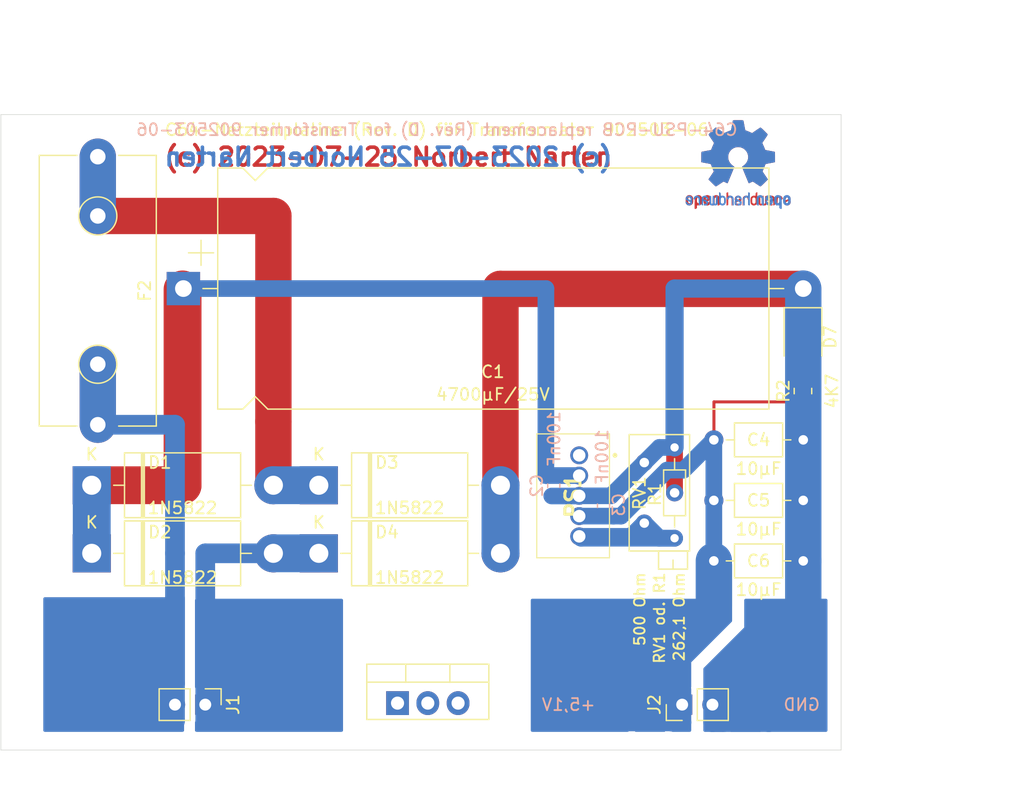
<source format=kicad_pcb>
(kicad_pcb (version 20221018) (generator pcbnew)
  (title_block (rev "D"))
  (layers (0 "F.Cu" signal) (31 "B.Cu" signal) (34 "B.Paste" user) (35 "F.Paste" user) (36 "B.SilkS" user "B.Silkscreen") (37 "F.SilkS" user "F.Silkscreen") (38 "B.Mask" user) (39 "F.Mask" user) (44 "Edge.Cuts" user))
  (net 0 "")
  (net 1 "GND")
  (net 2 "Net-(D1-A)")
  (net 3 "Net-(D2-A)")
  (net 4 "Net-(D7-A)")
  (net 5 "Net-(J1-Pin_2)")
  (net 6 "Net-(PS1-TRIM)")
  (net 9 "/+5,1V")
  (net 10 "/+16V")
  (footprint "Capacitor_THT:CP_Axial_L46.0mm_D20.0mm_P52.00mm_Horizontal" (layer "F.Cu") (at 40.71 40.005)
    (fp_text reference "C1")
    (fp_text value "4700µF/25V")
  )
  (footprint "Capacitor_THT:C_Axial_L3.8mm_D2.6mm_P7.50mm_Horizontal" (layer "F.Cu") (at 85.21 52.705)
    (fp_text reference "C4")
    (fp_text value "10µF")
  )
  (footprint "Capacitor_THT:C_Axial_L3.8mm_D2.6mm_P7.50mm_Horizontal" (layer "F.Cu") (at 85.21 57.785)
    (fp_text reference "C5")
    (fp_text value "10µF")
  )
  (footprint "Capacitor_THT:C_Axial_L3.8mm_D2.6mm_P7.50mm_Horizontal" (layer "F.Cu") (at 85.21 62.865)
    (fp_text reference "C6")
    (fp_text value "10µF")
  )
  (footprint "Diode_THT:D_DO-201AD_P15.24mm_Horizontal" (layer "F.Cu") (at 33.02 56.515)
    (fp_text reference "D1")
    (fp_text value "1N5822")
  )
  (footprint "Diode_THT:D_DO-201AD_P15.24mm_Horizontal" (layer "F.Cu") (at 52.07 56.515)
    (fp_text reference "D3")
    (fp_text value "1N5822")
  )
  (footprint "Diode_THT:D_DO-201AD_P15.24mm_Horizontal" (layer "F.Cu") (at 52.07 62.23)
    (fp_text reference "D4")
    (fp_text value "1N5822")
  )
  (footprint "Connector_PinHeader_2.54mm:PinHeader_1x02_P2.54mm_Vertical" (layer "F.Cu") (at 42.545 74.93 -90)
    (fp_text reference "J1")
    (fp_text value "7V-12V AC")
  )
  (footprint "Connector_PinHeader_2.54mm:PinHeader_1x02_P2.54mm_Vertical" (layer "F.Cu") (at 82.55 74.93 90)
    (fp_text reference "J2")
    (fp_text value "5,1V DC" hide)
  )
  (footprint "C64-PSU-PCB-replacement-for-902503-06:OKRT15W12C" (layer "F.Cu") (at 73.914 54.004 -90)
    (fp_text reference "PS1")
    (fp_text value "OKR-T3-W12-C" hide)
  )
  (footprint "Resistor_THT:R_Axial_DIN0204_L3.6mm_D1.6mm_P7.62mm_Horizontal" (layer "F.Cu") (at 81.915 60.96 90)
    (fp_text reference "R1")
    (fp_text value "262,1 Ohm")
  )
  (footprint "Potentiometer_THT:Potentiometer_Bourns_3296Z_Horizontal" (layer "F.Cu") (at 79.375 54.61 90)
    (fp_text reference "RV1")
    (fp_text value "500 Ohm")
  )
  (footprint "Fuse:Fuseholder_Cylinder-5x20mm_Schurter_0031_8201_Horizontal_Open" (layer "F.Cu") (at 33.528 51.435 90)
    (fp_text reference "F2")
    (fp_text value "Fuse")
  )
  (footprint "Package_TO_SOT_THT:TO-220-3_Vertical" (layer "F.Cu") (at 58.674 74.803)
    (fp_text reference "U0" hide)
    (fp_text value "TO220_for_install" hide)
  )
  (footprint "Diode_THT:D_DO-201AD_P15.24mm_Horizontal" (layer "F.Cu") (at 33.02 62.23)
    (fp_text reference "D2")
    (fp_text value "1N5822")
  )
  (footprint "Connector_Pin:Pin_D1.3mm_L11.0mm" (layer "F.Cu") (at 33.528 46.355)
    (fp_text reference "J3" hide)
    (fp_text value "F-Mount" hide)
  )
  (footprint "Connector_Pin:Pin_D1.3mm_L11.0mm" (layer "F.Cu") (at 33.528 33.909)
    (fp_text reference "J4" hide)
    (fp_text value "F-Mount" hide)
  )
  (footprint "Diode_SMD:D_1210_3225Metric_Pad1.42x2.65mm_HandSolder" (layer "F.Cu") (at 92.6846 44.072 -90)
    (fp_text reference "D7")
    (fp_text value "LED")
  )
  (footprint "Resistor_SMD:R_0805_2012Metric_Pad1.20x1.40mm_HandSolder" (layer "F.Cu") (at 92.6846 48.60734 90)
    (fp_text reference "R2")
    (fp_text value "4K7")
  )
  (footprint "Symbol:OSHW-Logo2_9.8x8mm_Copper" (layer "F.Cu") (at 87.249 29.591)
    (fp_text reference "REF**" hide)
    (fp_text value "OSHW-Logo2_9.8x8mm_Copper" hide)
  )
  (footprint "Symbol:OSHW-Logo2_9.8x8mm_Copper" (layer "B.Cu") (at 87.249 29.591 180)
    (fp_text reference "REF**" hide)
    (fp_text value "OSHW-Logo2_9.8x8mm_Copper" hide)
  )
  (footprint "Connector_Wire:SolderWirePad_1x01_SMD_5x10mm" (layer "B.Cu") (at 87.8713 74.7141)
    (fp_text reference "GND" hide)
    (fp_text value "SolderWirePad_1x01_SMD_5x10mm" hide)
  )
  (footprint "Connector_Wire:SolderWirePad_1x01_SMD_5x10mm" (layer "B.Cu") (at 79.8576 74.7141)
    (fp_text reference "+5.1V" hide)
    (fp_text value "SolderWirePad_1x01_SMD_5x10mm" hide)
  )
  (footprint "Capacitor_SMD:C_0603_1608Metric_Pad1.08x0.95mm_HandSolder" (layer "B.Cu") (at 71.7804 56.55454 -90)
    (fp_text reference "C2")
    (fp_text value "100nF")
  )
  (footprint "Capacitor_SMD:C_0603_1608Metric_Pad1.08x0.95mm_HandSolder" (layer "B.Cu") (at 75.95616 58.23822 -90)
    (fp_text reference "C3")
    (fp_text value "100nF")
  )
  (gr_line (start 25.4 78.74) (end 25.4 25.4) (stroke (width 0.05)) (layer "Edge.Cuts"))
  (gr_line (start 95.885 78.74) (end 25.4 78.74) (stroke (width 0.05)) (layer "Edge.Cuts"))
  (gr_line (start 25.4 25.4) (end 95.885 25.4) (stroke (width 0.05)) (layer "Edge.Cuts"))
  (gr_line (start 95.885 25.4) (end 95.885 78.74) (stroke (width 0.05)) (layer "Edge.Cuts"))
  (gr_text "(c) 2023-07-25 Norbert Narten" (at 57.912 28.956) (layer "F.Cu") (effects (font (size 1.5 1.5) (thickness 0.3))))
  (gr_text "(c) 2023-07-25 Norbert Narten" (at 57.912 28.956) (layer "B.Cu") (effects (font (size 1.5 1.5) (thickness 0.3)) (justify mirror)))
  (gr_text "C64-PSU-PCB replacement (Rev. D) for Transformer 902503-06" (at 61.976 26.67) (layer "B.SilkS") (effects (font (size 1 1)) (justify mirror)))
  (gr_text "GND" (at 92.583 74.93) (layer "B.SilkS") (effects (font (size 1 1)) (justify mirror)))
  (gr_text "+5,1V" (at 73.025 74.93) (layer "B.SilkS") (effects (font (size 1 1)) (justify mirror)))
  (gr_text "RV1 od. R1" (at 80.645 63.754 90) (layer "F.SilkS") (effects (font (size 0.889 0.889) (thickness 0.1524)) (justify right)))
  (gr_text "C64-Netzteilplatine (Rev. D) für Transformator 902503-06" (at 61.976 26.67) (layer "F.SilkS") (effects (font (size 1 1))))
  (segment (start 67.31 40.0304) (end 67.3354 40.005) (width 0.25) (layer "F.Cu") (net 1))
  (segment (start 92.6846 42.672) (end 92.6846 40.0304) (width 0.25) (layer "F.Cu") (net 1))
  (segment (start 92.6846 40.0304) (end 92.71 40.005) (width 0.25) (layer "F.Cu") (net 1))
  (segment (start 67.31 56.515) (end 67.31 40.0304) (width 3.048) (layer "F.Cu") (net 1))
  (segment (start 81.915 57.15) (end 81.915 53.34) (width 1.397) (layer "F.Cu") (net 1))
  (segment (start 67.31 40.0304) (end 92.6846 40.0304) (width 3.048) (layer "F.Cu") (net 1))
  (segment (start 86.0679 73.2536) (end 86.0679 76.454) (width 1.524) (layer "B.Cu") (net 1))
  (segment (start 85.09 76.581) (end 89.8271 76.581) (width 1.27) (layer "B.Cu") (net 1))
  (segment (start 81.915 53.34) (end 81.915 40.005) (width 1.524) (layer "B.Cu") (net 1))
  (segment (start 71.61276 57.41704) (end 73.90096 57.41704) (width 1.397) (layer "B.Cu") (net 1))
  (segment (start 89.8017 71.8566) (end 89.8017 76.4667) (width 1.524) (layer "B.Cu") (net 1))
  (segment (start 86.0679 73.2536) (end 86.0679 71.8566) (width 1.524) (layer "B.Cu") (net 1))
  (segment (start 67.31 56.515) (end 67.31 62.23) (width 3.175) (layer "B.Cu") (net 1))
  (segment (start 81.915 40.005) (end 92.71 40.005) (width 1.524) (layer "B.Cu") (net 1))
  (segment (start 92.71 40.005) (end 92.71 62.865) (width 3.048) (layer "B.Cu") (net 1))
  (segment (start 92.71 66.675) (end 92.71 62.865) (width 3.048) (layer "B.Cu") (net 1))
  (segment (start 91.44 66.675) (end 92.71 66.675) (width 0.25) (layer "B.Cu") (net 1))
  (segment (start 85.02 74.86) (end 85.09 74.93) (width 0.25) (layer "B.Cu") (net 1))
  (segment (start 78.51775 55.46725) (end 79.375 54.61) (width 1.397) (layer "B.Cu") (net 1))
  (segment (start 85.09 73.66) (end 85.09 76.4667) (width 1.524) (layer "B.Cu") (net 1))
  (segment (start 93.98 66.675) (end 93.98 66.04) (width 0.25) (layer "B.Cu") (net 1))
  (segment (start 80.645 53.34) (end 79.375 54.61) (width 1.397) (layer "B.Cu") (net 1))
  (segment (start 73.914 57.404) (end 76.581 57.404) (width 1.397) (layer "B.Cu") (net 1))
  (segment (start 85.09 73.66) (end 85.6615 73.66) (width 1.524) (layer "B.Cu") (net 1))
  (segment (start 76.581 57.404) (end 78.51775 55.46725) (width 1.397) (layer "B.Cu") (net 1))
  (segment (start 81.915 53.34) (end 80.645 53.34) (width 1.397) (layer "B.Cu") (net 1))
  (segment (start 86.36 76.2) (end 87.63 76.2) (width 0.25) (layer "B.Cu") (net 1))
  (segment (start 73.90096 57.41704) (end 73.914 57.404) (width 0.25) (layer "B.Cu") (net 1))
  (segment (start 86.0679 71.8566) (end 89.8017 71.8566) (width 1.524) (layer "B.Cu") (net 1))
  (segment (start 85.6615 73.66) (end 86.0679 73.2536) (width 1.524) (layer "B.Cu") (net 1))
  (segment (start 33.528 33.909) (end 48.26 33.909) (width 3.048) (layer "F.Cu") (net 2))
  (segment (start 48.26 51.181) (end 48.26 56.515) (width 3.048) (layer "F.Cu") (net 2))
  (segment (start 33.478 33.959) (end 33.528 33.909) (width 0.25) (layer "F.Cu") (net 2))
  (segment (start 48.1565 51.2845) (end 48.26 51.181) (width 0.25) (layer "F.Cu") (net 2))
  (segment (start 33.528 33.909) (end 33.528 28.935) (width 3.048) (layer "F.Cu") (net 2))
  (segment (start 48.26 33.909) (end 48.26 51.181) (width 3.048) (layer "F.Cu") (net 2))
  (segment (start 33.528 33.909) (end 33.528 28.935) (width 3.048) (layer "B.Cu") (net 2))
  (segment (start 48.26 56.515) (end 52.07 56.515) (width 3.175) (layer "B.Cu") (net 2))
  (segment (start 42.545 76.2889) (end 44.3611 76.2889) (width 1.651) (layer "B.Cu") (net 3))
  (segment (start 44.3611 76.2889) (end 44.3611 74.9173) (width 1.651) (layer "B.Cu") (net 3))
  (segment (start 44.3357 73.5203) (end 42.5831 73.5203) (width 1.651) (layer "B.Cu") (net 3))
  (segment (start 42.5577 74.9173) (end 42.545 74.93) (width 1.651) (layer "B.Cu") (net 3))
  (segment (start 42.5831 73.5203) (end 42.545 73.4822) (width 1.651) (layer "B.Cu") (net 3))
  (segment (start 44.3611 74.9173) (end 44.3611 73.5457) (width 1.651) (layer "B.Cu") (net 3))
  (segment (start 44.3611 74.9173) (end 42.5577 74.9173) (width 1.651) (layer "B.Cu") (net 3))
  (segment (start 48.26 62.23) (end 52.07 62.23) (width 3.175) (layer "B.Cu") (net 3))
  (segment (start 42.545 73.4822) (end 42.545 62.23) (width 1.651) (layer "B.Cu") (net 3))
  (segment (start 42.545 62.23) (end 48.26 62.23) (width 1.651) (layer "B.Cu") (net 3))
  (segment (start 44.3611 73.5457) (end 44.3357 73.5203) (width 1.651) (layer "B.Cu") (net 3))
  (segment (start 42.545 73.4822) (end 42.545 76.2889) (width 1.651) (layer "B.Cu") (net 3))
  (segment (start 92.6846 47.69484) (end 92.6846 45.472) (width 0.25) (layer "F.Cu") (net 4))
  (segment (start 33.0162 46.3512) (end 33.02 46.355) (width 0.25) (layer "F.Cu") (net 5))
  (segment (start 33.528 46.355) (end 33.528 51.435) (width 3.048) (layer "F.Cu") (net 5))
  (segment (start 33.528 46.355) (end 33.528 51.435) (width 3.048) (layer "B.Cu") (net 5))
  (segment (start 37.8587 74.8665) (end 37.8587 73.6727) (width 1.651) (layer "B.Cu") (net 5))
  (segment (start 37.8587 73.6727) (end 39.4843 73.6727) (width 1.651) (layer "B.Cu") (net 5))
  (segment (start 37.9222 74.93) (end 40.005 74.93) (width 1.651) (layer "B.Cu") (net 5))
  (segment (start 40.005 66.04) (end 40.005 73.152) (width 1.651) (layer "B.Cu") (net 5))
  (segment (start 37.8587 76.2889) (end 37.8587 74.8665) (width 1.651) (layer "B.Cu") (net 5))
  (segment (start 39.4843 73.6727) (end 40.005 73.152) (width 1.651) (layer "B.Cu") (net 5))
  (segment (start 40.005 76.2889) (end 37.8587 76.2889) (width 1.651) (layer "B.Cu") (net 5))
  (segment (start 40.005 51.435) (end 40.005 62.23) (width 1.651) (layer "B.Cu") (net 5))
  (segment (start 37.8587 74.8665) (end 37.9222 74.93) (width 1.651) (layer "B.Cu") (net 5))
  (segment (start 33.02 51.435) (end 40.005 51.435) (width 1.651) (layer "B.Cu") (net 5))
  (segment (start 40.005 74.93) (end 40.005 76.2889) (width 1.651) (layer "B.Cu") (net 5))
  (segment (start 40.005 62.23) (end 40.005 74.93) (width 1.651) (layer "B.Cu") (net 5))
  (segment (start 74.07 60.96) (end 73.914 60.804) (width 1.397) (layer "B.Cu") (net 6))
  (segment (start 73.914 60.804) (end 78.261 60.804) (width 1.397) (layer "B.Cu") (net 6))
  (segment (start 81.915 60.96) (end 80.645 60.96) (width 1.397) (layer "B.Cu") (net 6))
  (segment (start 78.261 60.804) (end 79.375 59.69) (width 1.397) (layer "B.Cu") (net 6))
  (segment (start 80.645 60.96) (end 79.375 59.69) (width 1.397) (layer "B.Cu") (net 6))
  (segment (start 81.915 60.96) (end 74.07 60.96) (width 1.397) (layer "B.Cu") (net 6))
  (segment (start 85.217 52.698) (end 85.217 49.5173) (width 0.25) (layer "F.Cu") (net 9))
  (segment (start 92.68206 49.5173) (end 92.6846 49.51984) (width 0.25) (layer "F.Cu") (net 9))
  (segment (start 85.21 52.705) (end 85.217 52.698) (width 0.25) (layer "F.Cu") (net 9))
  (segment (start 85.2208 52.6942) (end 85.21 52.705) (width 0.25) (layer "F.Cu") (net 9))
  (segment (start 85.217 49.5173) (end 92.68206 49.5173) (width 0.25) (layer "F.Cu") (net 9))
  (segment (start 73.914 59.104) (end 76.786 59.104) (width 1.397) (layer "B.Cu") (net 9))
  (segment (start 81.6229 76.4032) (end 78.105 76.4032) (width 1.524) (layer "B.Cu") (net 9))
  (segment (start 85.21 66.675) (end 85.21 62.865) (width 3.048) (layer "B.Cu") (net 9))
  (segment (start 78.105 71.7296) (end 78.105 76.3778) (width 1.524) (layer "B.Cu") (net 9))
  (segment (start 76.786 59.104) (end 77.421 59.104) (width 1.397) (layer "B.Cu") (net 9))
  (segment (start 82.67 55.245) (end 85.21 52.705) (width 1.397) (layer "B.Cu") (net 9))
  (segment (start 81.6229 71.7296) (end 78.105 71.7296) (width 1.524) (layer "B.Cu") (net 9))
  (segment (start 82.55 73.66) (end 82.55 76.4032) (width 1.524) (layer "B.Cu") (net 9))
  (segment (start 77.421 59.104) (end 81.28 55.245) (width 1.397) (layer "B.Cu") (net 9))
  (segment (start 81.6229 76.4032) (end 82.55 76.4032) (width 1.524) (layer "B.Cu") (net 9))
  (segment (start 81.28 55.245) (end 82.67 55.245) (width 1.397) (layer "B.Cu") (net 9))
  (segment (start 85.21 52.705) (end 85.21 62.865) (width 1.397) (layer "B.Cu") (net 9))
  (segment (start 81.6229 76.4032) (end 81.6229 71.7296) (width 1.524) (layer "B.Cu") (net 9))
  (segment (start 33.02 56.515) (end 40.64 56.515) (width 3.175) (layer "F.Cu") (net 10))
  (segment (start 40.64 56.515) (end 40.64 40.075) (width 3.175) (layer "F.Cu") (net 10))
  (segment (start 40.64 40.075) (end 40.71 40.005) (width 0.25) (layer "F.Cu") (net 10))
  (segment (start 73.9122 55.7022) (end 73.914 55.704) (width 0.25) (layer "B.Cu") (net 10))
  (segment (start 71.12 40.005) (end 71.12 55.7022) (width 1.397) (layer "B.Cu") (net 10))
  (segment (start 71.12 55.7022) (end 73.9122 55.7022) (width 1.397) (layer "B.Cu") (net 10))
  (segment (start 33.02 62.23) (end 33.02 56.515) (width 3.175) (layer "B.Cu") (net 10))
  (segment (start 40.64 40.005) (end 71.12 40.005) (width 1.397) (layer "B.Cu") (net 10))
  (zone (net 5) (net_name "Net-(J1-Pin_2)") (layer "B.Cu") (connect_pads (clearance 0.508)) (min_thickness 0.254) (fill yes (thermal_gap 0.508) (thermal_bridge_width 0.508))
    (polygon (pts (xy 40.767 77.216) (xy 28.956 77.216) (xy 28.956 65.913) (xy 40.767 65.913)))
  )
  (zone (net 3) (net_name "Net-(D2-A)") (layer "B.Cu") (connect_pads (clearance 0.508)) (min_thickness 0.254) (fill yes (thermal_gap 0.508) (thermal_bridge_width 0.508))
    (polygon (pts (xy 54.102 77.216) (xy 41.6814 77.216) (xy 41.6814 66.04) (xy 54.102 66.04)))
  )
  (zone (net 9) (net_name "/+5,1V") (layer "B.Cu") (connect_pads (clearance 0.508)) (min_thickness 0.254) (fill yes (thermal_gap 0.508) (thermal_bridge_width 0.508))
    (polygon (pts (xy 86.741 67.945) (xy 83.312 71.374) (xy 83.312 77.216) (xy 69.85 77.216) (xy 69.85 66.04) (xy 83.82 66.04) (xy 83.82 62.865) (xy 86.741 62.865)))
  )
  (zone (net 1) (net_name "GND") (layer "B.Cu") (connect_pads (clearance 0.508)) (min_thickness 0.254) (fill yes (thermal_gap 0.508) (thermal_bridge_width 0.508))
    (polygon (pts (xy 94.742 77.216) (xy 84.328 77.216) (xy 84.328 71.882) (xy 87.757 68.453) (xy 87.757 66.04) (xy 94.742 66.04)))
  )
)
</source>
